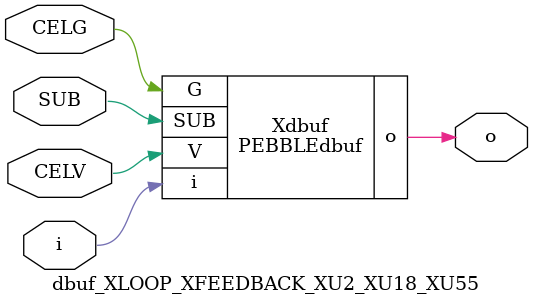
<source format=v>



module PEBBLEdbuf ( o, G, SUB, V, i );

  input V;
  input i;
  input G;
  output o;
  input SUB;
endmodule

//Celera Confidential Do Not Copy dbuf_XLOOP_XFEEDBACK_XU2_XU18_XU55
//Celera Confidential Symbol Generator
//Digital Buffer
module dbuf_XLOOP_XFEEDBACK_XU2_XU18_XU55 (CELV,CELG,i,o,SUB);
input CELV;
input CELG;
input i;
input SUB;
output o;

//Celera Confidential Do Not Copy dbuf
PEBBLEdbuf Xdbuf(
.V (CELV),
.i (i),
.o (o),
.SUB (SUB),
.G (CELG)
);
//,diesize,PEBBLEdbuf

//Celera Confidential Do Not Copy Module End
//Celera Schematic Generator
endmodule

</source>
